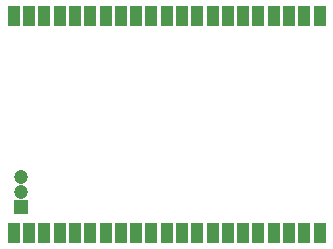
<source format=gbs>
G04*
G04 #@! TF.GenerationSoftware,Altium Limited,Altium Designer,20.0.2 (26)*
G04*
G04 Layer_Color=16711935*
%FSLAX25Y25*%
%MOIN*%
G70*
G01*
G75*
%ADD42C,0.04737*%
%ADD43R,0.04737X0.04737*%
%ADD50R,0.03950X0.06706*%
D42*
X4465Y19681D02*
D03*
Y14681D02*
D03*
D43*
Y9681D02*
D03*
D50*
X98757Y1181D02*
D03*
X93662D02*
D03*
X103851D02*
D03*
X88568D02*
D03*
X58000D02*
D03*
X63095D02*
D03*
X68189D02*
D03*
X73284D02*
D03*
X78378D02*
D03*
X83473D02*
D03*
X52906D02*
D03*
X47811D02*
D03*
X42717D02*
D03*
X12156D02*
D03*
X17249D02*
D03*
X22343D02*
D03*
X27436D02*
D03*
X32530D02*
D03*
X37623D02*
D03*
X7062D02*
D03*
X1969D02*
D03*
X7063Y73622D02*
D03*
X12158D02*
D03*
X1969D02*
D03*
X17252D02*
D03*
X47820D02*
D03*
X42725D02*
D03*
X37630D02*
D03*
X32536D02*
D03*
X27441D02*
D03*
X22347D02*
D03*
X52914D02*
D03*
X58009D02*
D03*
X63103D02*
D03*
X93664D02*
D03*
X88571D02*
D03*
X83477D02*
D03*
X78384D02*
D03*
X73290D02*
D03*
X68197D02*
D03*
X98758D02*
D03*
X103851D02*
D03*
M02*

</source>
